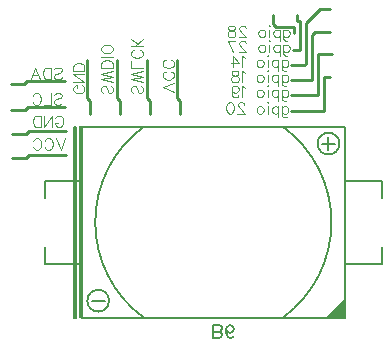
<source format=gbo>
G04 Layer: BottomSilkscreenLayer*
G04 EasyEDA v6.5.40, 2024-06-15 16:39:10*
G04 e63031535b224d068feaf967c7116de5,10*
G04 Gerber Generator version 0.2*
G04 Scale: 100 percent, Rotated: No, Reflected: No *
G04 Dimensions in millimeters *
G04 leading zeros omitted , absolute positions ,4 integer and 5 decimal *
%FSLAX45Y45*%
%MOMM*%

%ADD10C,0.1030*%
%ADD11C,0.1524*%
%ADD12C,0.2540*%
%ADD13C,0.1520*%
%ADD14C,0.1520*%
%ADD15C,0.0188*%

%LPD*%
D10*
X8672471Y6527937D02*
G01*
X8681562Y6518846D01*
X8686109Y6505209D01*
X8686109Y6487027D01*
X8681562Y6473390D01*
X8672471Y6464300D01*
X8663381Y6464300D01*
X8654290Y6468846D01*
X8649746Y6473390D01*
X8645199Y6482481D01*
X8636109Y6509753D01*
X8631562Y6518846D01*
X8627018Y6523390D01*
X8617927Y6527937D01*
X8604290Y6527937D01*
X8595199Y6518846D01*
X8590653Y6505209D01*
X8590653Y6487027D01*
X8595199Y6473390D01*
X8604290Y6464300D01*
X8686109Y6557937D02*
G01*
X8590653Y6580662D01*
X8686109Y6603390D02*
G01*
X8590653Y6580662D01*
X8686109Y6603390D02*
G01*
X8590653Y6626118D01*
X8686109Y6648846D02*
G01*
X8590653Y6626118D01*
X8686109Y6678846D02*
G01*
X8590653Y6678846D01*
X8590653Y6678846D02*
G01*
X8590653Y6733390D01*
X8663381Y6831571D02*
G01*
X8672471Y6827027D01*
X8681562Y6817936D01*
X8686109Y6808845D01*
X8686109Y6790662D01*
X8681562Y6781571D01*
X8672471Y6772480D01*
X8663381Y6767936D01*
X8649746Y6763390D01*
X8627018Y6763390D01*
X8613381Y6767936D01*
X8604290Y6772480D01*
X8595199Y6781571D01*
X8590653Y6790662D01*
X8590653Y6808845D01*
X8595199Y6817936D01*
X8604290Y6827027D01*
X8613381Y6831571D01*
X8686109Y6861571D02*
G01*
X8590653Y6861571D01*
X8686109Y6925208D02*
G01*
X8622471Y6861571D01*
X8645199Y6884299D02*
G01*
X8590653Y6925208D01*
X8418471Y6527937D02*
G01*
X8427562Y6518846D01*
X8432109Y6505209D01*
X8432109Y6487027D01*
X8427562Y6473390D01*
X8418471Y6464300D01*
X8409381Y6464300D01*
X8400290Y6468846D01*
X8395746Y6473390D01*
X8391199Y6482481D01*
X8382109Y6509753D01*
X8377562Y6518846D01*
X8373018Y6523390D01*
X8363927Y6527937D01*
X8350290Y6527937D01*
X8341199Y6518846D01*
X8336653Y6505209D01*
X8336653Y6487027D01*
X8341199Y6473390D01*
X8350290Y6464300D01*
X8432109Y6557937D02*
G01*
X8336653Y6580662D01*
X8432109Y6603390D02*
G01*
X8336653Y6580662D01*
X8432109Y6603390D02*
G01*
X8336653Y6626118D01*
X8432109Y6648846D02*
G01*
X8336653Y6626118D01*
X8432109Y6678846D02*
G01*
X8336653Y6678846D01*
X8432109Y6678846D02*
G01*
X8432109Y6710662D01*
X8427562Y6724299D01*
X8418471Y6733390D01*
X8409381Y6737936D01*
X8395746Y6742480D01*
X8373018Y6742480D01*
X8359381Y6737936D01*
X8350290Y6733390D01*
X8341199Y6724299D01*
X8336653Y6710662D01*
X8336653Y6678846D01*
X8432109Y6772480D02*
G01*
X8336653Y6772480D01*
X8432109Y6829752D02*
G01*
X8427562Y6820662D01*
X8418471Y6811571D01*
X8409381Y6807027D01*
X8395746Y6802480D01*
X8373018Y6802480D01*
X8359381Y6807027D01*
X8350290Y6811571D01*
X8341199Y6820662D01*
X8336653Y6829752D01*
X8336653Y6847936D01*
X8341199Y6857027D01*
X8350290Y6866117D01*
X8359381Y6870661D01*
X8373018Y6875208D01*
X8395746Y6875208D01*
X8409381Y6870661D01*
X8418471Y6866117D01*
X8427562Y6857027D01*
X8432109Y6847936D01*
X8432109Y6829752D01*
X8168081Y6532481D02*
G01*
X8177171Y6527937D01*
X8186262Y6518846D01*
X8190809Y6509753D01*
X8190809Y6491571D01*
X8186262Y6482481D01*
X8177171Y6473390D01*
X8168081Y6468846D01*
X8154446Y6464300D01*
X8131718Y6464300D01*
X8118081Y6468846D01*
X8108990Y6473390D01*
X8099899Y6482481D01*
X8095353Y6491571D01*
X8095353Y6509753D01*
X8099899Y6518846D01*
X8108990Y6527937D01*
X8118081Y6532481D01*
X8131718Y6532481D01*
X8131718Y6509753D02*
G01*
X8131718Y6532481D01*
X8190809Y6562481D02*
G01*
X8095353Y6562481D01*
X8190809Y6562481D02*
G01*
X8095353Y6626118D01*
X8190809Y6626118D02*
G01*
X8095353Y6626118D01*
X8190809Y6656118D02*
G01*
X8095353Y6656118D01*
X8190809Y6656118D02*
G01*
X8190809Y6687936D01*
X8186262Y6701571D01*
X8177171Y6710662D01*
X8168081Y6715208D01*
X8154446Y6719752D01*
X8131718Y6719752D01*
X8118081Y6715208D01*
X8108990Y6710662D01*
X8099899Y6701571D01*
X8095353Y6687936D01*
X8095353Y6656118D01*
X8026400Y6082609D02*
G01*
X7990037Y5987153D01*
X7953672Y6082609D02*
G01*
X7990037Y5987153D01*
X7855491Y6059881D02*
G01*
X7860037Y6068971D01*
X7869128Y6078062D01*
X7878218Y6082609D01*
X7896400Y6082609D01*
X7905490Y6078062D01*
X7914581Y6068971D01*
X7919128Y6059881D01*
X7923672Y6046246D01*
X7923672Y6023518D01*
X7919128Y6009881D01*
X7914581Y6000790D01*
X7905490Y5991699D01*
X7896400Y5987153D01*
X7878218Y5987153D01*
X7869128Y5991699D01*
X7860037Y6000790D01*
X7855491Y6009881D01*
X7757309Y6059881D02*
G01*
X7761853Y6068971D01*
X7770947Y6078062D01*
X7780037Y6082609D01*
X7798219Y6082609D01*
X7807309Y6078062D01*
X7816400Y6068971D01*
X7820947Y6059881D01*
X7825491Y6046246D01*
X7825491Y6023518D01*
X7820947Y6009881D01*
X7816400Y6000790D01*
X7807309Y5991699D01*
X7798219Y5987153D01*
X7780037Y5987153D01*
X7770947Y5991699D01*
X7761853Y6000790D01*
X7757309Y6009881D01*
X7945518Y6250381D02*
G01*
X7950062Y6259471D01*
X7959153Y6268562D01*
X7968246Y6273109D01*
X7986428Y6273109D01*
X7995518Y6268562D01*
X8004609Y6259471D01*
X8009153Y6250381D01*
X8013700Y6236746D01*
X8013700Y6214018D01*
X8009153Y6200381D01*
X8004609Y6191290D01*
X7995518Y6182199D01*
X7986428Y6177653D01*
X7968246Y6177653D01*
X7959153Y6182199D01*
X7950062Y6191290D01*
X7945518Y6200381D01*
X7945518Y6214018D01*
X7968246Y6214018D02*
G01*
X7945518Y6214018D01*
X7915518Y6273109D02*
G01*
X7915518Y6177653D01*
X7915518Y6273109D02*
G01*
X7851881Y6177653D01*
X7851881Y6273109D02*
G01*
X7851881Y6177653D01*
X7821881Y6273109D02*
G01*
X7821881Y6177653D01*
X7821881Y6273109D02*
G01*
X7790063Y6273109D01*
X7776428Y6268562D01*
X7767337Y6259471D01*
X7762791Y6250381D01*
X7758247Y6236746D01*
X7758247Y6214018D01*
X7762791Y6200381D01*
X7767337Y6191290D01*
X7776428Y6182199D01*
X7790063Y6177653D01*
X7821881Y6177653D01*
X7937362Y6449971D02*
G01*
X7946453Y6459062D01*
X7960090Y6463609D01*
X7978272Y6463609D01*
X7991909Y6459062D01*
X8001000Y6449971D01*
X8001000Y6440881D01*
X7996453Y6431790D01*
X7991909Y6427246D01*
X7982818Y6422699D01*
X7955546Y6413609D01*
X7946453Y6409062D01*
X7941909Y6404518D01*
X7937362Y6395427D01*
X7937362Y6381790D01*
X7946453Y6372699D01*
X7960090Y6368153D01*
X7978272Y6368153D01*
X7991909Y6372699D01*
X8001000Y6381790D01*
X7907362Y6463609D02*
G01*
X7907362Y6368153D01*
X7907362Y6368153D02*
G01*
X7852818Y6368153D01*
X7754637Y6440881D02*
G01*
X7759181Y6449971D01*
X7768272Y6459062D01*
X7777363Y6463609D01*
X7795547Y6463609D01*
X7804637Y6459062D01*
X7813728Y6449971D01*
X7818272Y6440881D01*
X7822818Y6427246D01*
X7822818Y6404518D01*
X7818272Y6390881D01*
X7813728Y6381790D01*
X7804637Y6372699D01*
X7795547Y6368153D01*
X7777363Y6368153D01*
X7768272Y6372699D01*
X7759181Y6381790D01*
X7754637Y6390881D01*
X7937362Y6665871D02*
G01*
X7946453Y6674962D01*
X7960090Y6679509D01*
X7978272Y6679509D01*
X7991909Y6674962D01*
X8001000Y6665871D01*
X8001000Y6656781D01*
X7996453Y6647690D01*
X7991909Y6643146D01*
X7982818Y6638599D01*
X7955546Y6629509D01*
X7946453Y6624962D01*
X7941909Y6620418D01*
X7937362Y6611327D01*
X7937362Y6597690D01*
X7946453Y6588599D01*
X7960090Y6584053D01*
X7978272Y6584053D01*
X7991909Y6588599D01*
X8001000Y6597690D01*
X7907362Y6679509D02*
G01*
X7907362Y6584053D01*
X7907362Y6679509D02*
G01*
X7875546Y6679509D01*
X7861909Y6674962D01*
X7852818Y6665871D01*
X7848272Y6656781D01*
X7843728Y6643146D01*
X7843728Y6620418D01*
X7848272Y6606781D01*
X7852818Y6597690D01*
X7861909Y6588599D01*
X7875546Y6584053D01*
X7907362Y6584053D01*
X7777363Y6679509D02*
G01*
X7813728Y6584053D01*
X7777363Y6679509D02*
G01*
X7741000Y6584053D01*
X7800091Y6615871D02*
G01*
X7754637Y6615871D01*
X8951412Y6477000D02*
G01*
X8855956Y6513362D01*
X8951412Y6549727D02*
G01*
X8855956Y6513362D01*
X8928684Y6647908D02*
G01*
X8937774Y6643362D01*
X8946865Y6634271D01*
X8951412Y6625181D01*
X8951412Y6606999D01*
X8946865Y6597909D01*
X8937774Y6588818D01*
X8928684Y6584271D01*
X8915049Y6579727D01*
X8892321Y6579727D01*
X8878684Y6584271D01*
X8869593Y6588818D01*
X8860502Y6597909D01*
X8855956Y6606999D01*
X8855956Y6625181D01*
X8860502Y6634271D01*
X8869593Y6643362D01*
X8878684Y6647908D01*
X8928684Y6746090D02*
G01*
X8937774Y6741546D01*
X8946865Y6732452D01*
X8951412Y6723362D01*
X8951412Y6705180D01*
X8946865Y6696090D01*
X8937774Y6686999D01*
X8928684Y6682452D01*
X8915049Y6677908D01*
X8892321Y6677908D01*
X8878684Y6682452D01*
X8869593Y6686999D01*
X8860502Y6696090D01*
X8855956Y6705180D01*
X8855956Y6723362D01*
X8860502Y6732452D01*
X8869593Y6741546D01*
X8878684Y6746090D01*
X9864153Y6355590D02*
G01*
X9864153Y6282862D01*
X9868700Y6269228D01*
X9873246Y6264681D01*
X9882337Y6260137D01*
X9895972Y6260137D01*
X9905062Y6264681D01*
X9864153Y6341953D02*
G01*
X9873246Y6351046D01*
X9882337Y6355590D01*
X9895972Y6355590D01*
X9905062Y6351046D01*
X9914153Y6341953D01*
X9918700Y6328318D01*
X9918700Y6319227D01*
X9914153Y6305590D01*
X9905062Y6296499D01*
X9895972Y6291953D01*
X9882337Y6291953D01*
X9873246Y6296499D01*
X9864153Y6305590D01*
X9834153Y6355590D02*
G01*
X9834153Y6260137D01*
X9834153Y6341953D02*
G01*
X9825062Y6351046D01*
X9815972Y6355590D01*
X9802337Y6355590D01*
X9793246Y6351046D01*
X9784153Y6341953D01*
X9779609Y6328318D01*
X9779609Y6319227D01*
X9784153Y6305590D01*
X9793246Y6296499D01*
X9802337Y6291953D01*
X9815972Y6291953D01*
X9825062Y6296499D01*
X9834153Y6305590D01*
X9749609Y6387409D02*
G01*
X9745063Y6382862D01*
X9740518Y6387409D01*
X9745063Y6391953D01*
X9749609Y6387409D01*
X9745063Y6355590D02*
G01*
X9745063Y6291953D01*
X9687791Y6355590D02*
G01*
X9696881Y6351046D01*
X9705972Y6341953D01*
X9710519Y6328318D01*
X9710519Y6319227D01*
X9705972Y6305590D01*
X9696881Y6296499D01*
X9687791Y6291953D01*
X9674153Y6291953D01*
X9665063Y6296499D01*
X9655972Y6305590D01*
X9651428Y6319227D01*
X9651428Y6328318D01*
X9655972Y6341953D01*
X9665063Y6351046D01*
X9674153Y6355590D01*
X9687791Y6355590D01*
X9546882Y6364681D02*
G01*
X9546882Y6369227D01*
X9542338Y6378318D01*
X9537791Y6382862D01*
X9528700Y6387409D01*
X9510519Y6387409D01*
X9501428Y6382862D01*
X9496882Y6378318D01*
X9492338Y6369227D01*
X9492338Y6360137D01*
X9496882Y6351046D01*
X9505972Y6337409D01*
X9551428Y6291953D01*
X9487791Y6291953D01*
X9430519Y6387409D02*
G01*
X9444154Y6382862D01*
X9453247Y6369227D01*
X9457791Y6346499D01*
X9457791Y6332862D01*
X9453247Y6310137D01*
X9444154Y6296499D01*
X9430519Y6291953D01*
X9421428Y6291953D01*
X9407791Y6296499D01*
X9398701Y6310137D01*
X9394154Y6332862D01*
X9394154Y6346499D01*
X9398701Y6369227D01*
X9407791Y6382862D01*
X9421428Y6387409D01*
X9430519Y6387409D01*
X9864153Y6495290D02*
G01*
X9864153Y6422562D01*
X9868700Y6408928D01*
X9873246Y6404381D01*
X9882337Y6399837D01*
X9895972Y6399837D01*
X9905062Y6404381D01*
X9864153Y6481653D02*
G01*
X9873246Y6490746D01*
X9882337Y6495290D01*
X9895972Y6495290D01*
X9905062Y6490746D01*
X9914153Y6481653D01*
X9918700Y6468018D01*
X9918700Y6458927D01*
X9914153Y6445290D01*
X9905062Y6436199D01*
X9895972Y6431653D01*
X9882337Y6431653D01*
X9873246Y6436199D01*
X9864153Y6445290D01*
X9834153Y6495290D02*
G01*
X9834153Y6399837D01*
X9834153Y6481653D02*
G01*
X9825062Y6490746D01*
X9815972Y6495290D01*
X9802337Y6495290D01*
X9793246Y6490746D01*
X9784153Y6481653D01*
X9779609Y6468018D01*
X9779609Y6458927D01*
X9784153Y6445290D01*
X9793246Y6436199D01*
X9802337Y6431653D01*
X9815972Y6431653D01*
X9825062Y6436199D01*
X9834153Y6445290D01*
X9749609Y6527109D02*
G01*
X9745063Y6522562D01*
X9740518Y6527109D01*
X9745063Y6531653D01*
X9749609Y6527109D01*
X9745063Y6495290D02*
G01*
X9745063Y6431653D01*
X9687791Y6495290D02*
G01*
X9696881Y6490746D01*
X9705972Y6481653D01*
X9710519Y6468018D01*
X9710519Y6458927D01*
X9705972Y6445290D01*
X9696881Y6436199D01*
X9687791Y6431653D01*
X9674153Y6431653D01*
X9665063Y6436199D01*
X9655972Y6445290D01*
X9651428Y6458927D01*
X9651428Y6468018D01*
X9655972Y6481653D01*
X9665063Y6490746D01*
X9674153Y6495290D01*
X9687791Y6495290D01*
X9551428Y6508927D02*
G01*
X9542338Y6513471D01*
X9528700Y6527109D01*
X9528700Y6431653D01*
X9439610Y6495290D02*
G01*
X9444154Y6481653D01*
X9453247Y6472562D01*
X9466882Y6468018D01*
X9471428Y6468018D01*
X9485063Y6472562D01*
X9494154Y6481653D01*
X9498700Y6495290D01*
X9498700Y6499837D01*
X9494154Y6513471D01*
X9485063Y6522562D01*
X9471428Y6527109D01*
X9466882Y6527109D01*
X9453247Y6522562D01*
X9444154Y6513471D01*
X9439610Y6495290D01*
X9439610Y6472562D01*
X9444154Y6449837D01*
X9453247Y6436199D01*
X9466882Y6431653D01*
X9475972Y6431653D01*
X9489610Y6436199D01*
X9494154Y6445290D01*
X9864153Y6622290D02*
G01*
X9864153Y6549562D01*
X9868700Y6535928D01*
X9873246Y6531381D01*
X9882337Y6526837D01*
X9895972Y6526837D01*
X9905062Y6531381D01*
X9864153Y6608653D02*
G01*
X9873246Y6617746D01*
X9882337Y6622290D01*
X9895972Y6622290D01*
X9905062Y6617746D01*
X9914153Y6608653D01*
X9918700Y6595018D01*
X9918700Y6585927D01*
X9914153Y6572290D01*
X9905062Y6563199D01*
X9895972Y6558653D01*
X9882337Y6558653D01*
X9873246Y6563199D01*
X9864153Y6572290D01*
X9834153Y6622290D02*
G01*
X9834153Y6526837D01*
X9834153Y6608653D02*
G01*
X9825062Y6617746D01*
X9815972Y6622290D01*
X9802337Y6622290D01*
X9793246Y6617746D01*
X9784153Y6608653D01*
X9779609Y6595018D01*
X9779609Y6585927D01*
X9784153Y6572290D01*
X9793246Y6563199D01*
X9802337Y6558653D01*
X9815972Y6558653D01*
X9825062Y6563199D01*
X9834153Y6572290D01*
X9749609Y6654109D02*
G01*
X9745063Y6649562D01*
X9740518Y6654109D01*
X9745063Y6658653D01*
X9749609Y6654109D01*
X9745063Y6622290D02*
G01*
X9745063Y6558653D01*
X9687791Y6622290D02*
G01*
X9696881Y6617746D01*
X9705972Y6608653D01*
X9710519Y6595018D01*
X9710519Y6585927D01*
X9705972Y6572290D01*
X9696881Y6563199D01*
X9687791Y6558653D01*
X9674153Y6558653D01*
X9665063Y6563199D01*
X9655972Y6572290D01*
X9651428Y6585927D01*
X9651428Y6595018D01*
X9655972Y6608653D01*
X9665063Y6617746D01*
X9674153Y6622290D01*
X9687791Y6622290D01*
X9551428Y6635927D02*
G01*
X9542338Y6640471D01*
X9528700Y6654109D01*
X9528700Y6558653D01*
X9475972Y6654109D02*
G01*
X9489610Y6649562D01*
X9494154Y6640471D01*
X9494154Y6631381D01*
X9489610Y6622290D01*
X9480519Y6617746D01*
X9462338Y6613199D01*
X9448700Y6608653D01*
X9439610Y6599562D01*
X9435063Y6590471D01*
X9435063Y6576837D01*
X9439610Y6567746D01*
X9444154Y6563199D01*
X9457791Y6558653D01*
X9475972Y6558653D01*
X9489610Y6563199D01*
X9494154Y6567746D01*
X9498700Y6576837D01*
X9498700Y6590471D01*
X9494154Y6599562D01*
X9485063Y6608653D01*
X9471428Y6613199D01*
X9453247Y6617746D01*
X9444154Y6622290D01*
X9439610Y6631381D01*
X9439610Y6640471D01*
X9444154Y6649562D01*
X9457791Y6654109D01*
X9475972Y6654109D01*
X9864153Y6749290D02*
G01*
X9864153Y6676562D01*
X9868700Y6662928D01*
X9873246Y6658381D01*
X9882337Y6653837D01*
X9895972Y6653837D01*
X9905062Y6658381D01*
X9864153Y6735653D02*
G01*
X9873246Y6744746D01*
X9882337Y6749290D01*
X9895972Y6749290D01*
X9905062Y6744746D01*
X9914153Y6735653D01*
X9918700Y6722018D01*
X9918700Y6712927D01*
X9914153Y6699290D01*
X9905062Y6690199D01*
X9895972Y6685653D01*
X9882337Y6685653D01*
X9873246Y6690199D01*
X9864153Y6699290D01*
X9834153Y6749290D02*
G01*
X9834153Y6653837D01*
X9834153Y6735653D02*
G01*
X9825062Y6744746D01*
X9815972Y6749290D01*
X9802337Y6749290D01*
X9793246Y6744746D01*
X9784153Y6735653D01*
X9779609Y6722018D01*
X9779609Y6712927D01*
X9784153Y6699290D01*
X9793246Y6690199D01*
X9802337Y6685653D01*
X9815972Y6685653D01*
X9825062Y6690199D01*
X9834153Y6699290D01*
X9749609Y6781109D02*
G01*
X9745063Y6776562D01*
X9740518Y6781109D01*
X9745063Y6785653D01*
X9749609Y6781109D01*
X9745063Y6749290D02*
G01*
X9745063Y6685653D01*
X9687791Y6749290D02*
G01*
X9696881Y6744746D01*
X9705972Y6735653D01*
X9710519Y6722018D01*
X9710519Y6712927D01*
X9705972Y6699290D01*
X9696881Y6690199D01*
X9687791Y6685653D01*
X9674153Y6685653D01*
X9665063Y6690199D01*
X9655972Y6699290D01*
X9651428Y6712927D01*
X9651428Y6722018D01*
X9655972Y6735653D01*
X9665063Y6744746D01*
X9674153Y6749290D01*
X9687791Y6749290D01*
X9551428Y6762927D02*
G01*
X9542338Y6767471D01*
X9528700Y6781109D01*
X9528700Y6685653D01*
X9453247Y6781109D02*
G01*
X9498700Y6717471D01*
X9430519Y6717471D01*
X9453247Y6781109D02*
G01*
X9453247Y6685653D01*
X9876853Y6876290D02*
G01*
X9876853Y6803562D01*
X9881400Y6789928D01*
X9885946Y6785381D01*
X9895037Y6780837D01*
X9908672Y6780837D01*
X9917762Y6785381D01*
X9876853Y6862653D02*
G01*
X9885946Y6871746D01*
X9895037Y6876290D01*
X9908672Y6876290D01*
X9917762Y6871746D01*
X9926853Y6862653D01*
X9931400Y6849018D01*
X9931400Y6839927D01*
X9926853Y6826290D01*
X9917762Y6817199D01*
X9908672Y6812653D01*
X9895037Y6812653D01*
X9885946Y6817199D01*
X9876853Y6826290D01*
X9846853Y6876290D02*
G01*
X9846853Y6780837D01*
X9846853Y6862653D02*
G01*
X9837762Y6871746D01*
X9828672Y6876290D01*
X9815037Y6876290D01*
X9805946Y6871746D01*
X9796853Y6862653D01*
X9792309Y6849018D01*
X9792309Y6839927D01*
X9796853Y6826290D01*
X9805946Y6817199D01*
X9815037Y6812653D01*
X9828672Y6812653D01*
X9837762Y6817199D01*
X9846853Y6826290D01*
X9762309Y6908109D02*
G01*
X9757763Y6903562D01*
X9753218Y6908109D01*
X9757763Y6912653D01*
X9762309Y6908109D01*
X9757763Y6876290D02*
G01*
X9757763Y6812653D01*
X9700491Y6876290D02*
G01*
X9709581Y6871746D01*
X9718672Y6862653D01*
X9723219Y6849018D01*
X9723219Y6839927D01*
X9718672Y6826290D01*
X9709581Y6817199D01*
X9700491Y6812653D01*
X9686853Y6812653D01*
X9677763Y6817199D01*
X9668672Y6826290D01*
X9664128Y6839927D01*
X9664128Y6849018D01*
X9668672Y6862653D01*
X9677763Y6871746D01*
X9686853Y6876290D01*
X9700491Y6876290D01*
X9559582Y6885381D02*
G01*
X9559582Y6889927D01*
X9555038Y6899018D01*
X9550491Y6903562D01*
X9541400Y6908109D01*
X9523219Y6908109D01*
X9514128Y6903562D01*
X9509582Y6899018D01*
X9505038Y6889927D01*
X9505038Y6880837D01*
X9509582Y6871746D01*
X9518672Y6858109D01*
X9564128Y6812653D01*
X9500491Y6812653D01*
X9406854Y6908109D02*
G01*
X9452310Y6812653D01*
X9470491Y6908109D02*
G01*
X9406854Y6908109D01*
X9876853Y7003290D02*
G01*
X9876853Y6930562D01*
X9881400Y6916928D01*
X9885946Y6912381D01*
X9895037Y6907837D01*
X9908672Y6907837D01*
X9917762Y6912381D01*
X9876853Y6989653D02*
G01*
X9885946Y6998746D01*
X9895037Y7003290D01*
X9908672Y7003290D01*
X9917762Y6998746D01*
X9926853Y6989653D01*
X9931400Y6976018D01*
X9931400Y6966927D01*
X9926853Y6953290D01*
X9917762Y6944199D01*
X9908672Y6939653D01*
X9895037Y6939653D01*
X9885946Y6944199D01*
X9876853Y6953290D01*
X9846853Y7003290D02*
G01*
X9846853Y6907837D01*
X9846853Y6989653D02*
G01*
X9837762Y6998746D01*
X9828672Y7003290D01*
X9815037Y7003290D01*
X9805946Y6998746D01*
X9796853Y6989653D01*
X9792309Y6976018D01*
X9792309Y6966927D01*
X9796853Y6953290D01*
X9805946Y6944199D01*
X9815037Y6939653D01*
X9828672Y6939653D01*
X9837762Y6944199D01*
X9846853Y6953290D01*
X9762309Y7035109D02*
G01*
X9757763Y7030562D01*
X9753218Y7035109D01*
X9757763Y7039653D01*
X9762309Y7035109D01*
X9757763Y7003290D02*
G01*
X9757763Y6939653D01*
X9700491Y7003290D02*
G01*
X9709581Y6998746D01*
X9718672Y6989653D01*
X9723219Y6976018D01*
X9723219Y6966927D01*
X9718672Y6953290D01*
X9709581Y6944199D01*
X9700491Y6939653D01*
X9686853Y6939653D01*
X9677763Y6944199D01*
X9668672Y6953290D01*
X9664128Y6966927D01*
X9664128Y6976018D01*
X9668672Y6989653D01*
X9677763Y6998746D01*
X9686853Y7003290D01*
X9700491Y7003290D01*
X9559582Y7012381D02*
G01*
X9559582Y7016927D01*
X9555038Y7026018D01*
X9550491Y7030562D01*
X9541400Y7035109D01*
X9523219Y7035109D01*
X9514128Y7030562D01*
X9509582Y7026018D01*
X9505038Y7016927D01*
X9505038Y7007837D01*
X9509582Y6998746D01*
X9518672Y6985109D01*
X9564128Y6939653D01*
X9500491Y6939653D01*
X9447763Y7035109D02*
G01*
X9461400Y7030562D01*
X9465947Y7021471D01*
X9465947Y7012381D01*
X9461400Y7003290D01*
X9452310Y6998746D01*
X9434128Y6994199D01*
X9420491Y6989653D01*
X9411401Y6980562D01*
X9406854Y6971471D01*
X9406854Y6957837D01*
X9411401Y6948746D01*
X9415947Y6944199D01*
X9429582Y6939653D01*
X9447763Y6939653D01*
X9461400Y6944199D01*
X9465947Y6948746D01*
X9470491Y6957837D01*
X9470491Y6971471D01*
X9465947Y6980562D01*
X9456854Y6989653D01*
X9443219Y6994199D01*
X9425038Y6998746D01*
X9415947Y7003290D01*
X9411401Y7012381D01*
X9411401Y7021471D01*
X9415947Y7030562D01*
X9429582Y7035109D01*
X9447763Y7035109D01*
D11*
X9283700Y4393184D02*
G01*
X9283700Y4502150D01*
X9283700Y4393184D02*
G01*
X9330436Y4393184D01*
X9345929Y4398263D01*
X9351263Y4403597D01*
X9356343Y4414012D01*
X9356343Y4424426D01*
X9351263Y4434839D01*
X9345929Y4439920D01*
X9330436Y4445000D01*
X9283700Y4445000D02*
G01*
X9330436Y4445000D01*
X9345929Y4450334D01*
X9351263Y4455413D01*
X9356343Y4465828D01*
X9356343Y4481576D01*
X9351263Y4491989D01*
X9345929Y4497070D01*
X9330436Y4502150D01*
X9283700Y4502150D01*
X9453118Y4408678D02*
G01*
X9447784Y4398263D01*
X9432290Y4393184D01*
X9421875Y4393184D01*
X9406381Y4398263D01*
X9395968Y4414012D01*
X9390634Y4439920D01*
X9390634Y4465828D01*
X9395968Y4486655D01*
X9406381Y4497070D01*
X9421875Y4502150D01*
X9427209Y4502150D01*
X9442704Y4497070D01*
X9453118Y4486655D01*
X9458197Y4471162D01*
X9458197Y4465828D01*
X9453118Y4450334D01*
X9442704Y4439920D01*
X9427209Y4434839D01*
X9421875Y4434839D01*
X9406381Y4439920D01*
X9395968Y4450334D01*
X9390634Y4465828D01*
G36*
X8148726Y5572099D02*
G01*
X8148218Y5178856D01*
X8148218Y4556861D01*
X8178698Y4556861D01*
X8178698Y5567121D01*
G37*
G36*
X8148218Y6187338D02*
G01*
X8148218Y5565343D01*
X8178698Y5565343D01*
X8178698Y6187338D01*
G37*
G36*
X10396321Y4711700D02*
G01*
X10248900Y4564481D01*
X10396321Y4564481D01*
G37*
D12*
X8039100Y5943600D02*
G01*
X7734300Y5943600D01*
X7721600Y5943600D01*
X7696200Y5918200D01*
X7581900Y5918200D01*
X8039100Y6146800D02*
G01*
X7734300Y6146800D01*
X7721600Y6146800D01*
X7696200Y6121400D01*
X7581900Y6121400D01*
X8030827Y6350000D02*
G01*
X7726027Y6350000D01*
X7713327Y6350000D01*
X7687927Y6324600D01*
X7573627Y6324600D01*
X8026400Y6565900D02*
G01*
X7721600Y6565900D01*
X7708900Y6565900D01*
X7683500Y6540500D01*
X7569200Y6540500D01*
X8216900Y6743700D02*
G01*
X8216900Y6438900D01*
X8216900Y6426200D01*
X8242300Y6400800D01*
X8242300Y6286500D01*
X8470900Y6743700D02*
G01*
X8470900Y6438900D01*
X8470900Y6426200D01*
X8496300Y6400800D01*
X8496300Y6286500D01*
X8724900Y6743700D02*
G01*
X8724900Y6438900D01*
X8724900Y6426200D01*
X8750300Y6400800D01*
X8750300Y6286500D01*
X8978900Y6743700D02*
G01*
X8978900Y6438900D01*
X8978900Y6426200D01*
X9004300Y6400800D01*
X9004300Y6286500D01*
X9944100Y6311900D02*
G01*
X10223500Y6311900D01*
X10223500Y6604000D01*
X10274300Y6604000D01*
X9944100Y6451600D02*
G01*
X10172700Y6451600D01*
X10172700Y6794500D01*
X10287000Y6794500D01*
X9944100Y6578600D02*
G01*
X10121900Y6578600D01*
X10121900Y6946900D01*
X10121900Y6959600D01*
X10147300Y6985000D01*
X10274300Y6985000D01*
X9944100Y6705600D02*
G01*
X10058400Y6705600D01*
X10071100Y6718300D01*
X10071100Y7035800D01*
X10071100Y7061200D01*
X10185400Y7175500D01*
X10274300Y7175500D01*
X9994900Y7124700D02*
G01*
X9994900Y7073900D01*
X10020300Y7073900D01*
X10020300Y6832600D01*
X9956800Y6832600D01*
X9969500Y6972300D02*
G01*
X9969500Y7023100D01*
X9817100Y7023100D01*
X9791700Y7048500D01*
X9791700Y7124700D01*
D11*
X10396319Y6179720D02*
G01*
X10396319Y5570420D01*
D13*
X8363704Y4707102D02*
G01*
X8253699Y4707102D01*
X10203695Y6037097D02*
G01*
X10313695Y6037097D01*
X10258696Y6092098D02*
G01*
X10258696Y5982098D01*
X10396319Y5173779D02*
G01*
X10396319Y5577794D01*
D11*
X8103702Y4567102D02*
G01*
X8103702Y6177343D01*
D13*
X8103702Y4564725D02*
G01*
X8118703Y4564725D01*
X8118703Y6179723D01*
X8103702Y6179723D01*
X7858691Y5722099D02*
G01*
X8171073Y5722099D01*
X7858691Y5722099D02*
G01*
X7858688Y5580113D01*
X7858691Y5022100D02*
G01*
X7858688Y5164086D01*
X7858691Y5022100D02*
G01*
X8171073Y5022100D01*
X10708698Y5722099D02*
G01*
X10396319Y5722099D01*
X10708698Y5722099D02*
G01*
X10708698Y5580113D01*
X10708698Y5022100D02*
G01*
X10708698Y5164086D01*
X10708698Y5022100D02*
G01*
X10396319Y5022100D01*
X10247721Y4564479D02*
G01*
X10250147Y4564479D01*
X10396319Y4710650D01*
D11*
X8171080Y4564479D02*
G01*
X10396319Y4564479D01*
X10396319Y4564479D02*
G01*
X10396319Y5173779D01*
X8171080Y6179720D02*
G01*
X10396319Y6179720D01*
D13*
G75*
G01*
X8694057Y4564438D02*
G02*
X8693191Y6179129I589642J807662D01*
G75*
G01*
X9873338Y6179762D02*
G02*
X9874207Y4565071I-589641J-807663D01*
D14*
G75*
G01
X10350500Y6037097D02*
G03X10350500Y6037097I-91796J0D01*
G75*
G01
X8400491Y4707103D02*
G03X8400491Y4707103I-91796J0D01*
M02*

</source>
